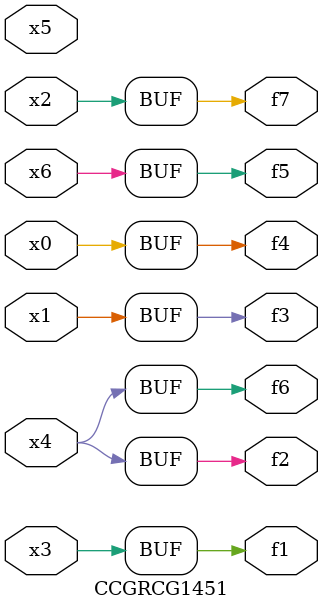
<source format=v>
module CCGRCG1451(
	input x0, x1, x2, x3, x4, x5, x6,
	output f1, f2, f3, f4, f5, f6, f7
);
	assign f1 = x3;
	assign f2 = x4;
	assign f3 = x1;
	assign f4 = x0;
	assign f5 = x6;
	assign f6 = x4;
	assign f7 = x2;
endmodule

</source>
